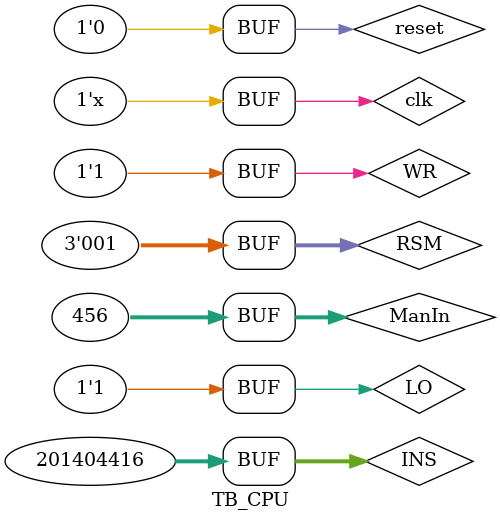
<source format=v>
module TB_CPU();
reg [31:0]INS,ManIn;
reg [2:0]RSM;
reg WR,reset,clk,LO;
wire OV;
wire [31:0] reg1,reg2,reg3,reg4,reg5,reg6,reg7,reg8;

CPU DUT1 (.INS(INS),.ManIn(ManIn),.LO(LO),.WR(WR),.clk(clk),.reset(reset),.OV(OV),.RSM(RSM),
.reg1(reg1),.reg2(reg2),.reg3(reg3),.reg4(reg4),.reg5(reg5),.reg6(reg6),.reg7(reg7),.reg8(reg8));
initial begin

clk = 1'b1;
reset = 1'b1;
WR=1'b0;RSM=3'b000;INS=32'b000;LO=1'b0;
ManIn=32'd0;
#50;

reset = 1'b0;

#50 WR=1'b1;RSM=3'b000;LO=1'b0;ManIn=32'd345;// Loading 345 into reg0(000)
#50 WR=1'b1;RSM=3'b001;LO=1'b0;ManIn=32'd456;// Loading 456 into reg1(001)
#50 WR=1'b1;RSM=3'b001;LO=1'b1;ManIn=32'd456;// Switching into Operating mode
INS=32'b000000_00000_00001_00010_00000_000000; // reg2 = reg0 + reg1
#50 INS=32'b000100_00000_00001_00011_00000_000000; // reg3 = reg0 - reg1
#50 INS=32'b000001_00000_00001_00100_00000_000000; // reg4 = reg0 & reg1
#50 INS=32'b000010_00000_00001_00101_00000_000000; // reg5 = reg0 | reg1
#50 INS=32'b000011_00000_00001_00110_00000_000000; // reg6 = ~(reg0 | reg1)

//#50 WR=1'b0;seti=3'b011;seto1=3'b110;seto2=3'b111;

//#50 WR=1'b1;seti=3'b000;seto1=3'b011;seto2=3'b000;
//#50 WR=1'b1;seti=3'b010;seto1=3'b010;seto2=3'b011;
//#50 WR=1'b1;seti=3'b101;seto1=3'b100;seto2=3'b101;
//#50 WR=1'b1;seti=3'b111;seto1=3'b110;seto2=3'b111;

end

always #10 clk = ~clk;
endmodule
</source>
